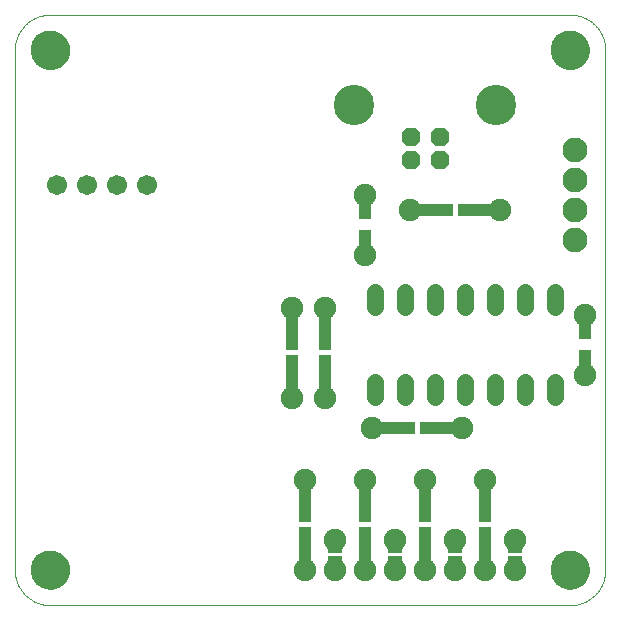
<source format=gts>
G75*
%MOIN*%
%OFA0B0*%
%FSLAX25Y25*%
%IPPOS*%
%LPD*%
%AMOC8*
5,1,8,0,0,1.08239X$1,22.5*
%
%ADD10C,0.00000*%
%ADD11C,0.12998*%
%ADD12R,0.04337X0.10636*%
%ADD13C,0.07487*%
%ADD14C,0.05600*%
%ADD15R,0.12998X0.04337*%
%ADD16OC8,0.06140*%
%ADD17C,0.13455*%
%ADD18R,0.04337X0.12998*%
%ADD19R,0.05124X0.03550*%
%ADD20C,0.08274*%
%ADD21C,0.06699*%
D10*
X0027368Y0017535D02*
X0027368Y0190764D01*
X0032880Y0190764D02*
X0032882Y0190922D01*
X0032888Y0191080D01*
X0032898Y0191238D01*
X0032912Y0191396D01*
X0032930Y0191553D01*
X0032951Y0191710D01*
X0032977Y0191866D01*
X0033007Y0192022D01*
X0033040Y0192177D01*
X0033078Y0192330D01*
X0033119Y0192483D01*
X0033164Y0192635D01*
X0033213Y0192786D01*
X0033266Y0192935D01*
X0033322Y0193083D01*
X0033382Y0193229D01*
X0033446Y0193374D01*
X0033514Y0193517D01*
X0033585Y0193659D01*
X0033659Y0193799D01*
X0033737Y0193936D01*
X0033819Y0194072D01*
X0033903Y0194206D01*
X0033992Y0194337D01*
X0034083Y0194466D01*
X0034178Y0194593D01*
X0034275Y0194718D01*
X0034376Y0194840D01*
X0034480Y0194959D01*
X0034587Y0195076D01*
X0034697Y0195190D01*
X0034810Y0195301D01*
X0034925Y0195410D01*
X0035043Y0195515D01*
X0035164Y0195617D01*
X0035287Y0195717D01*
X0035413Y0195813D01*
X0035541Y0195906D01*
X0035671Y0195996D01*
X0035804Y0196082D01*
X0035939Y0196166D01*
X0036075Y0196245D01*
X0036214Y0196322D01*
X0036355Y0196394D01*
X0036497Y0196464D01*
X0036641Y0196529D01*
X0036787Y0196591D01*
X0036934Y0196649D01*
X0037083Y0196704D01*
X0037233Y0196755D01*
X0037384Y0196802D01*
X0037536Y0196845D01*
X0037689Y0196884D01*
X0037844Y0196920D01*
X0037999Y0196951D01*
X0038155Y0196979D01*
X0038311Y0197003D01*
X0038468Y0197023D01*
X0038626Y0197039D01*
X0038783Y0197051D01*
X0038942Y0197059D01*
X0039100Y0197063D01*
X0039258Y0197063D01*
X0039416Y0197059D01*
X0039575Y0197051D01*
X0039732Y0197039D01*
X0039890Y0197023D01*
X0040047Y0197003D01*
X0040203Y0196979D01*
X0040359Y0196951D01*
X0040514Y0196920D01*
X0040669Y0196884D01*
X0040822Y0196845D01*
X0040974Y0196802D01*
X0041125Y0196755D01*
X0041275Y0196704D01*
X0041424Y0196649D01*
X0041571Y0196591D01*
X0041717Y0196529D01*
X0041861Y0196464D01*
X0042003Y0196394D01*
X0042144Y0196322D01*
X0042283Y0196245D01*
X0042419Y0196166D01*
X0042554Y0196082D01*
X0042687Y0195996D01*
X0042817Y0195906D01*
X0042945Y0195813D01*
X0043071Y0195717D01*
X0043194Y0195617D01*
X0043315Y0195515D01*
X0043433Y0195410D01*
X0043548Y0195301D01*
X0043661Y0195190D01*
X0043771Y0195076D01*
X0043878Y0194959D01*
X0043982Y0194840D01*
X0044083Y0194718D01*
X0044180Y0194593D01*
X0044275Y0194466D01*
X0044366Y0194337D01*
X0044455Y0194206D01*
X0044539Y0194072D01*
X0044621Y0193936D01*
X0044699Y0193799D01*
X0044773Y0193659D01*
X0044844Y0193517D01*
X0044912Y0193374D01*
X0044976Y0193229D01*
X0045036Y0193083D01*
X0045092Y0192935D01*
X0045145Y0192786D01*
X0045194Y0192635D01*
X0045239Y0192483D01*
X0045280Y0192330D01*
X0045318Y0192177D01*
X0045351Y0192022D01*
X0045381Y0191866D01*
X0045407Y0191710D01*
X0045428Y0191553D01*
X0045446Y0191396D01*
X0045460Y0191238D01*
X0045470Y0191080D01*
X0045476Y0190922D01*
X0045478Y0190764D01*
X0045476Y0190606D01*
X0045470Y0190448D01*
X0045460Y0190290D01*
X0045446Y0190132D01*
X0045428Y0189975D01*
X0045407Y0189818D01*
X0045381Y0189662D01*
X0045351Y0189506D01*
X0045318Y0189351D01*
X0045280Y0189198D01*
X0045239Y0189045D01*
X0045194Y0188893D01*
X0045145Y0188742D01*
X0045092Y0188593D01*
X0045036Y0188445D01*
X0044976Y0188299D01*
X0044912Y0188154D01*
X0044844Y0188011D01*
X0044773Y0187869D01*
X0044699Y0187729D01*
X0044621Y0187592D01*
X0044539Y0187456D01*
X0044455Y0187322D01*
X0044366Y0187191D01*
X0044275Y0187062D01*
X0044180Y0186935D01*
X0044083Y0186810D01*
X0043982Y0186688D01*
X0043878Y0186569D01*
X0043771Y0186452D01*
X0043661Y0186338D01*
X0043548Y0186227D01*
X0043433Y0186118D01*
X0043315Y0186013D01*
X0043194Y0185911D01*
X0043071Y0185811D01*
X0042945Y0185715D01*
X0042817Y0185622D01*
X0042687Y0185532D01*
X0042554Y0185446D01*
X0042419Y0185362D01*
X0042283Y0185283D01*
X0042144Y0185206D01*
X0042003Y0185134D01*
X0041861Y0185064D01*
X0041717Y0184999D01*
X0041571Y0184937D01*
X0041424Y0184879D01*
X0041275Y0184824D01*
X0041125Y0184773D01*
X0040974Y0184726D01*
X0040822Y0184683D01*
X0040669Y0184644D01*
X0040514Y0184608D01*
X0040359Y0184577D01*
X0040203Y0184549D01*
X0040047Y0184525D01*
X0039890Y0184505D01*
X0039732Y0184489D01*
X0039575Y0184477D01*
X0039416Y0184469D01*
X0039258Y0184465D01*
X0039100Y0184465D01*
X0038942Y0184469D01*
X0038783Y0184477D01*
X0038626Y0184489D01*
X0038468Y0184505D01*
X0038311Y0184525D01*
X0038155Y0184549D01*
X0037999Y0184577D01*
X0037844Y0184608D01*
X0037689Y0184644D01*
X0037536Y0184683D01*
X0037384Y0184726D01*
X0037233Y0184773D01*
X0037083Y0184824D01*
X0036934Y0184879D01*
X0036787Y0184937D01*
X0036641Y0184999D01*
X0036497Y0185064D01*
X0036355Y0185134D01*
X0036214Y0185206D01*
X0036075Y0185283D01*
X0035939Y0185362D01*
X0035804Y0185446D01*
X0035671Y0185532D01*
X0035541Y0185622D01*
X0035413Y0185715D01*
X0035287Y0185811D01*
X0035164Y0185911D01*
X0035043Y0186013D01*
X0034925Y0186118D01*
X0034810Y0186227D01*
X0034697Y0186338D01*
X0034587Y0186452D01*
X0034480Y0186569D01*
X0034376Y0186688D01*
X0034275Y0186810D01*
X0034178Y0186935D01*
X0034083Y0187062D01*
X0033992Y0187191D01*
X0033903Y0187322D01*
X0033819Y0187456D01*
X0033737Y0187592D01*
X0033659Y0187729D01*
X0033585Y0187869D01*
X0033514Y0188011D01*
X0033446Y0188154D01*
X0033382Y0188299D01*
X0033322Y0188445D01*
X0033266Y0188593D01*
X0033213Y0188742D01*
X0033164Y0188893D01*
X0033119Y0189045D01*
X0033078Y0189198D01*
X0033040Y0189351D01*
X0033007Y0189506D01*
X0032977Y0189662D01*
X0032951Y0189818D01*
X0032930Y0189975D01*
X0032912Y0190132D01*
X0032898Y0190290D01*
X0032888Y0190448D01*
X0032882Y0190606D01*
X0032880Y0190764D01*
X0027368Y0190764D02*
X0027371Y0191049D01*
X0027382Y0191335D01*
X0027399Y0191620D01*
X0027423Y0191904D01*
X0027454Y0192188D01*
X0027492Y0192471D01*
X0027537Y0192752D01*
X0027588Y0193033D01*
X0027646Y0193313D01*
X0027711Y0193591D01*
X0027783Y0193867D01*
X0027861Y0194141D01*
X0027946Y0194414D01*
X0028038Y0194684D01*
X0028136Y0194952D01*
X0028240Y0195218D01*
X0028351Y0195481D01*
X0028468Y0195741D01*
X0028591Y0195999D01*
X0028721Y0196253D01*
X0028857Y0196504D01*
X0028998Y0196752D01*
X0029146Y0196996D01*
X0029299Y0197237D01*
X0029459Y0197473D01*
X0029624Y0197706D01*
X0029794Y0197935D01*
X0029970Y0198160D01*
X0030152Y0198380D01*
X0030338Y0198596D01*
X0030530Y0198807D01*
X0030727Y0199014D01*
X0030929Y0199216D01*
X0031136Y0199413D01*
X0031347Y0199605D01*
X0031563Y0199791D01*
X0031783Y0199973D01*
X0032008Y0200149D01*
X0032237Y0200319D01*
X0032470Y0200484D01*
X0032706Y0200644D01*
X0032947Y0200797D01*
X0033191Y0200945D01*
X0033439Y0201086D01*
X0033690Y0201222D01*
X0033944Y0201352D01*
X0034202Y0201475D01*
X0034462Y0201592D01*
X0034725Y0201703D01*
X0034991Y0201807D01*
X0035259Y0201905D01*
X0035529Y0201997D01*
X0035802Y0202082D01*
X0036076Y0202160D01*
X0036352Y0202232D01*
X0036630Y0202297D01*
X0036910Y0202355D01*
X0037191Y0202406D01*
X0037472Y0202451D01*
X0037755Y0202489D01*
X0038039Y0202520D01*
X0038323Y0202544D01*
X0038608Y0202561D01*
X0038894Y0202572D01*
X0039179Y0202575D01*
X0212407Y0202575D01*
X0206108Y0190764D02*
X0206110Y0190922D01*
X0206116Y0191080D01*
X0206126Y0191238D01*
X0206140Y0191396D01*
X0206158Y0191553D01*
X0206179Y0191710D01*
X0206205Y0191866D01*
X0206235Y0192022D01*
X0206268Y0192177D01*
X0206306Y0192330D01*
X0206347Y0192483D01*
X0206392Y0192635D01*
X0206441Y0192786D01*
X0206494Y0192935D01*
X0206550Y0193083D01*
X0206610Y0193229D01*
X0206674Y0193374D01*
X0206742Y0193517D01*
X0206813Y0193659D01*
X0206887Y0193799D01*
X0206965Y0193936D01*
X0207047Y0194072D01*
X0207131Y0194206D01*
X0207220Y0194337D01*
X0207311Y0194466D01*
X0207406Y0194593D01*
X0207503Y0194718D01*
X0207604Y0194840D01*
X0207708Y0194959D01*
X0207815Y0195076D01*
X0207925Y0195190D01*
X0208038Y0195301D01*
X0208153Y0195410D01*
X0208271Y0195515D01*
X0208392Y0195617D01*
X0208515Y0195717D01*
X0208641Y0195813D01*
X0208769Y0195906D01*
X0208899Y0195996D01*
X0209032Y0196082D01*
X0209167Y0196166D01*
X0209303Y0196245D01*
X0209442Y0196322D01*
X0209583Y0196394D01*
X0209725Y0196464D01*
X0209869Y0196529D01*
X0210015Y0196591D01*
X0210162Y0196649D01*
X0210311Y0196704D01*
X0210461Y0196755D01*
X0210612Y0196802D01*
X0210764Y0196845D01*
X0210917Y0196884D01*
X0211072Y0196920D01*
X0211227Y0196951D01*
X0211383Y0196979D01*
X0211539Y0197003D01*
X0211696Y0197023D01*
X0211854Y0197039D01*
X0212011Y0197051D01*
X0212170Y0197059D01*
X0212328Y0197063D01*
X0212486Y0197063D01*
X0212644Y0197059D01*
X0212803Y0197051D01*
X0212960Y0197039D01*
X0213118Y0197023D01*
X0213275Y0197003D01*
X0213431Y0196979D01*
X0213587Y0196951D01*
X0213742Y0196920D01*
X0213897Y0196884D01*
X0214050Y0196845D01*
X0214202Y0196802D01*
X0214353Y0196755D01*
X0214503Y0196704D01*
X0214652Y0196649D01*
X0214799Y0196591D01*
X0214945Y0196529D01*
X0215089Y0196464D01*
X0215231Y0196394D01*
X0215372Y0196322D01*
X0215511Y0196245D01*
X0215647Y0196166D01*
X0215782Y0196082D01*
X0215915Y0195996D01*
X0216045Y0195906D01*
X0216173Y0195813D01*
X0216299Y0195717D01*
X0216422Y0195617D01*
X0216543Y0195515D01*
X0216661Y0195410D01*
X0216776Y0195301D01*
X0216889Y0195190D01*
X0216999Y0195076D01*
X0217106Y0194959D01*
X0217210Y0194840D01*
X0217311Y0194718D01*
X0217408Y0194593D01*
X0217503Y0194466D01*
X0217594Y0194337D01*
X0217683Y0194206D01*
X0217767Y0194072D01*
X0217849Y0193936D01*
X0217927Y0193799D01*
X0218001Y0193659D01*
X0218072Y0193517D01*
X0218140Y0193374D01*
X0218204Y0193229D01*
X0218264Y0193083D01*
X0218320Y0192935D01*
X0218373Y0192786D01*
X0218422Y0192635D01*
X0218467Y0192483D01*
X0218508Y0192330D01*
X0218546Y0192177D01*
X0218579Y0192022D01*
X0218609Y0191866D01*
X0218635Y0191710D01*
X0218656Y0191553D01*
X0218674Y0191396D01*
X0218688Y0191238D01*
X0218698Y0191080D01*
X0218704Y0190922D01*
X0218706Y0190764D01*
X0218704Y0190606D01*
X0218698Y0190448D01*
X0218688Y0190290D01*
X0218674Y0190132D01*
X0218656Y0189975D01*
X0218635Y0189818D01*
X0218609Y0189662D01*
X0218579Y0189506D01*
X0218546Y0189351D01*
X0218508Y0189198D01*
X0218467Y0189045D01*
X0218422Y0188893D01*
X0218373Y0188742D01*
X0218320Y0188593D01*
X0218264Y0188445D01*
X0218204Y0188299D01*
X0218140Y0188154D01*
X0218072Y0188011D01*
X0218001Y0187869D01*
X0217927Y0187729D01*
X0217849Y0187592D01*
X0217767Y0187456D01*
X0217683Y0187322D01*
X0217594Y0187191D01*
X0217503Y0187062D01*
X0217408Y0186935D01*
X0217311Y0186810D01*
X0217210Y0186688D01*
X0217106Y0186569D01*
X0216999Y0186452D01*
X0216889Y0186338D01*
X0216776Y0186227D01*
X0216661Y0186118D01*
X0216543Y0186013D01*
X0216422Y0185911D01*
X0216299Y0185811D01*
X0216173Y0185715D01*
X0216045Y0185622D01*
X0215915Y0185532D01*
X0215782Y0185446D01*
X0215647Y0185362D01*
X0215511Y0185283D01*
X0215372Y0185206D01*
X0215231Y0185134D01*
X0215089Y0185064D01*
X0214945Y0184999D01*
X0214799Y0184937D01*
X0214652Y0184879D01*
X0214503Y0184824D01*
X0214353Y0184773D01*
X0214202Y0184726D01*
X0214050Y0184683D01*
X0213897Y0184644D01*
X0213742Y0184608D01*
X0213587Y0184577D01*
X0213431Y0184549D01*
X0213275Y0184525D01*
X0213118Y0184505D01*
X0212960Y0184489D01*
X0212803Y0184477D01*
X0212644Y0184469D01*
X0212486Y0184465D01*
X0212328Y0184465D01*
X0212170Y0184469D01*
X0212011Y0184477D01*
X0211854Y0184489D01*
X0211696Y0184505D01*
X0211539Y0184525D01*
X0211383Y0184549D01*
X0211227Y0184577D01*
X0211072Y0184608D01*
X0210917Y0184644D01*
X0210764Y0184683D01*
X0210612Y0184726D01*
X0210461Y0184773D01*
X0210311Y0184824D01*
X0210162Y0184879D01*
X0210015Y0184937D01*
X0209869Y0184999D01*
X0209725Y0185064D01*
X0209583Y0185134D01*
X0209442Y0185206D01*
X0209303Y0185283D01*
X0209167Y0185362D01*
X0209032Y0185446D01*
X0208899Y0185532D01*
X0208769Y0185622D01*
X0208641Y0185715D01*
X0208515Y0185811D01*
X0208392Y0185911D01*
X0208271Y0186013D01*
X0208153Y0186118D01*
X0208038Y0186227D01*
X0207925Y0186338D01*
X0207815Y0186452D01*
X0207708Y0186569D01*
X0207604Y0186688D01*
X0207503Y0186810D01*
X0207406Y0186935D01*
X0207311Y0187062D01*
X0207220Y0187191D01*
X0207131Y0187322D01*
X0207047Y0187456D01*
X0206965Y0187592D01*
X0206887Y0187729D01*
X0206813Y0187869D01*
X0206742Y0188011D01*
X0206674Y0188154D01*
X0206610Y0188299D01*
X0206550Y0188445D01*
X0206494Y0188593D01*
X0206441Y0188742D01*
X0206392Y0188893D01*
X0206347Y0189045D01*
X0206306Y0189198D01*
X0206268Y0189351D01*
X0206235Y0189506D01*
X0206205Y0189662D01*
X0206179Y0189818D01*
X0206158Y0189975D01*
X0206140Y0190132D01*
X0206126Y0190290D01*
X0206116Y0190448D01*
X0206110Y0190606D01*
X0206108Y0190764D01*
X0212407Y0202575D02*
X0212692Y0202572D01*
X0212978Y0202561D01*
X0213263Y0202544D01*
X0213547Y0202520D01*
X0213831Y0202489D01*
X0214114Y0202451D01*
X0214395Y0202406D01*
X0214676Y0202355D01*
X0214956Y0202297D01*
X0215234Y0202232D01*
X0215510Y0202160D01*
X0215784Y0202082D01*
X0216057Y0201997D01*
X0216327Y0201905D01*
X0216595Y0201807D01*
X0216861Y0201703D01*
X0217124Y0201592D01*
X0217384Y0201475D01*
X0217642Y0201352D01*
X0217896Y0201222D01*
X0218147Y0201086D01*
X0218395Y0200945D01*
X0218639Y0200797D01*
X0218880Y0200644D01*
X0219116Y0200484D01*
X0219349Y0200319D01*
X0219578Y0200149D01*
X0219803Y0199973D01*
X0220023Y0199791D01*
X0220239Y0199605D01*
X0220450Y0199413D01*
X0220657Y0199216D01*
X0220859Y0199014D01*
X0221056Y0198807D01*
X0221248Y0198596D01*
X0221434Y0198380D01*
X0221616Y0198160D01*
X0221792Y0197935D01*
X0221962Y0197706D01*
X0222127Y0197473D01*
X0222287Y0197237D01*
X0222440Y0196996D01*
X0222588Y0196752D01*
X0222729Y0196504D01*
X0222865Y0196253D01*
X0222995Y0195999D01*
X0223118Y0195741D01*
X0223235Y0195481D01*
X0223346Y0195218D01*
X0223450Y0194952D01*
X0223548Y0194684D01*
X0223640Y0194414D01*
X0223725Y0194141D01*
X0223803Y0193867D01*
X0223875Y0193591D01*
X0223940Y0193313D01*
X0223998Y0193033D01*
X0224049Y0192752D01*
X0224094Y0192471D01*
X0224132Y0192188D01*
X0224163Y0191904D01*
X0224187Y0191620D01*
X0224204Y0191335D01*
X0224215Y0191049D01*
X0224218Y0190764D01*
X0224219Y0190764D02*
X0224219Y0017535D01*
X0206108Y0017535D02*
X0206110Y0017693D01*
X0206116Y0017851D01*
X0206126Y0018009D01*
X0206140Y0018167D01*
X0206158Y0018324D01*
X0206179Y0018481D01*
X0206205Y0018637D01*
X0206235Y0018793D01*
X0206268Y0018948D01*
X0206306Y0019101D01*
X0206347Y0019254D01*
X0206392Y0019406D01*
X0206441Y0019557D01*
X0206494Y0019706D01*
X0206550Y0019854D01*
X0206610Y0020000D01*
X0206674Y0020145D01*
X0206742Y0020288D01*
X0206813Y0020430D01*
X0206887Y0020570D01*
X0206965Y0020707D01*
X0207047Y0020843D01*
X0207131Y0020977D01*
X0207220Y0021108D01*
X0207311Y0021237D01*
X0207406Y0021364D01*
X0207503Y0021489D01*
X0207604Y0021611D01*
X0207708Y0021730D01*
X0207815Y0021847D01*
X0207925Y0021961D01*
X0208038Y0022072D01*
X0208153Y0022181D01*
X0208271Y0022286D01*
X0208392Y0022388D01*
X0208515Y0022488D01*
X0208641Y0022584D01*
X0208769Y0022677D01*
X0208899Y0022767D01*
X0209032Y0022853D01*
X0209167Y0022937D01*
X0209303Y0023016D01*
X0209442Y0023093D01*
X0209583Y0023165D01*
X0209725Y0023235D01*
X0209869Y0023300D01*
X0210015Y0023362D01*
X0210162Y0023420D01*
X0210311Y0023475D01*
X0210461Y0023526D01*
X0210612Y0023573D01*
X0210764Y0023616D01*
X0210917Y0023655D01*
X0211072Y0023691D01*
X0211227Y0023722D01*
X0211383Y0023750D01*
X0211539Y0023774D01*
X0211696Y0023794D01*
X0211854Y0023810D01*
X0212011Y0023822D01*
X0212170Y0023830D01*
X0212328Y0023834D01*
X0212486Y0023834D01*
X0212644Y0023830D01*
X0212803Y0023822D01*
X0212960Y0023810D01*
X0213118Y0023794D01*
X0213275Y0023774D01*
X0213431Y0023750D01*
X0213587Y0023722D01*
X0213742Y0023691D01*
X0213897Y0023655D01*
X0214050Y0023616D01*
X0214202Y0023573D01*
X0214353Y0023526D01*
X0214503Y0023475D01*
X0214652Y0023420D01*
X0214799Y0023362D01*
X0214945Y0023300D01*
X0215089Y0023235D01*
X0215231Y0023165D01*
X0215372Y0023093D01*
X0215511Y0023016D01*
X0215647Y0022937D01*
X0215782Y0022853D01*
X0215915Y0022767D01*
X0216045Y0022677D01*
X0216173Y0022584D01*
X0216299Y0022488D01*
X0216422Y0022388D01*
X0216543Y0022286D01*
X0216661Y0022181D01*
X0216776Y0022072D01*
X0216889Y0021961D01*
X0216999Y0021847D01*
X0217106Y0021730D01*
X0217210Y0021611D01*
X0217311Y0021489D01*
X0217408Y0021364D01*
X0217503Y0021237D01*
X0217594Y0021108D01*
X0217683Y0020977D01*
X0217767Y0020843D01*
X0217849Y0020707D01*
X0217927Y0020570D01*
X0218001Y0020430D01*
X0218072Y0020288D01*
X0218140Y0020145D01*
X0218204Y0020000D01*
X0218264Y0019854D01*
X0218320Y0019706D01*
X0218373Y0019557D01*
X0218422Y0019406D01*
X0218467Y0019254D01*
X0218508Y0019101D01*
X0218546Y0018948D01*
X0218579Y0018793D01*
X0218609Y0018637D01*
X0218635Y0018481D01*
X0218656Y0018324D01*
X0218674Y0018167D01*
X0218688Y0018009D01*
X0218698Y0017851D01*
X0218704Y0017693D01*
X0218706Y0017535D01*
X0218704Y0017377D01*
X0218698Y0017219D01*
X0218688Y0017061D01*
X0218674Y0016903D01*
X0218656Y0016746D01*
X0218635Y0016589D01*
X0218609Y0016433D01*
X0218579Y0016277D01*
X0218546Y0016122D01*
X0218508Y0015969D01*
X0218467Y0015816D01*
X0218422Y0015664D01*
X0218373Y0015513D01*
X0218320Y0015364D01*
X0218264Y0015216D01*
X0218204Y0015070D01*
X0218140Y0014925D01*
X0218072Y0014782D01*
X0218001Y0014640D01*
X0217927Y0014500D01*
X0217849Y0014363D01*
X0217767Y0014227D01*
X0217683Y0014093D01*
X0217594Y0013962D01*
X0217503Y0013833D01*
X0217408Y0013706D01*
X0217311Y0013581D01*
X0217210Y0013459D01*
X0217106Y0013340D01*
X0216999Y0013223D01*
X0216889Y0013109D01*
X0216776Y0012998D01*
X0216661Y0012889D01*
X0216543Y0012784D01*
X0216422Y0012682D01*
X0216299Y0012582D01*
X0216173Y0012486D01*
X0216045Y0012393D01*
X0215915Y0012303D01*
X0215782Y0012217D01*
X0215647Y0012133D01*
X0215511Y0012054D01*
X0215372Y0011977D01*
X0215231Y0011905D01*
X0215089Y0011835D01*
X0214945Y0011770D01*
X0214799Y0011708D01*
X0214652Y0011650D01*
X0214503Y0011595D01*
X0214353Y0011544D01*
X0214202Y0011497D01*
X0214050Y0011454D01*
X0213897Y0011415D01*
X0213742Y0011379D01*
X0213587Y0011348D01*
X0213431Y0011320D01*
X0213275Y0011296D01*
X0213118Y0011276D01*
X0212960Y0011260D01*
X0212803Y0011248D01*
X0212644Y0011240D01*
X0212486Y0011236D01*
X0212328Y0011236D01*
X0212170Y0011240D01*
X0212011Y0011248D01*
X0211854Y0011260D01*
X0211696Y0011276D01*
X0211539Y0011296D01*
X0211383Y0011320D01*
X0211227Y0011348D01*
X0211072Y0011379D01*
X0210917Y0011415D01*
X0210764Y0011454D01*
X0210612Y0011497D01*
X0210461Y0011544D01*
X0210311Y0011595D01*
X0210162Y0011650D01*
X0210015Y0011708D01*
X0209869Y0011770D01*
X0209725Y0011835D01*
X0209583Y0011905D01*
X0209442Y0011977D01*
X0209303Y0012054D01*
X0209167Y0012133D01*
X0209032Y0012217D01*
X0208899Y0012303D01*
X0208769Y0012393D01*
X0208641Y0012486D01*
X0208515Y0012582D01*
X0208392Y0012682D01*
X0208271Y0012784D01*
X0208153Y0012889D01*
X0208038Y0012998D01*
X0207925Y0013109D01*
X0207815Y0013223D01*
X0207708Y0013340D01*
X0207604Y0013459D01*
X0207503Y0013581D01*
X0207406Y0013706D01*
X0207311Y0013833D01*
X0207220Y0013962D01*
X0207131Y0014093D01*
X0207047Y0014227D01*
X0206965Y0014363D01*
X0206887Y0014500D01*
X0206813Y0014640D01*
X0206742Y0014782D01*
X0206674Y0014925D01*
X0206610Y0015070D01*
X0206550Y0015216D01*
X0206494Y0015364D01*
X0206441Y0015513D01*
X0206392Y0015664D01*
X0206347Y0015816D01*
X0206306Y0015969D01*
X0206268Y0016122D01*
X0206235Y0016277D01*
X0206205Y0016433D01*
X0206179Y0016589D01*
X0206158Y0016746D01*
X0206140Y0016903D01*
X0206126Y0017061D01*
X0206116Y0017219D01*
X0206110Y0017377D01*
X0206108Y0017535D01*
X0212407Y0005724D02*
X0212692Y0005727D01*
X0212978Y0005738D01*
X0213263Y0005755D01*
X0213547Y0005779D01*
X0213831Y0005810D01*
X0214114Y0005848D01*
X0214395Y0005893D01*
X0214676Y0005944D01*
X0214956Y0006002D01*
X0215234Y0006067D01*
X0215510Y0006139D01*
X0215784Y0006217D01*
X0216057Y0006302D01*
X0216327Y0006394D01*
X0216595Y0006492D01*
X0216861Y0006596D01*
X0217124Y0006707D01*
X0217384Y0006824D01*
X0217642Y0006947D01*
X0217896Y0007077D01*
X0218147Y0007213D01*
X0218395Y0007354D01*
X0218639Y0007502D01*
X0218880Y0007655D01*
X0219116Y0007815D01*
X0219349Y0007980D01*
X0219578Y0008150D01*
X0219803Y0008326D01*
X0220023Y0008508D01*
X0220239Y0008694D01*
X0220450Y0008886D01*
X0220657Y0009083D01*
X0220859Y0009285D01*
X0221056Y0009492D01*
X0221248Y0009703D01*
X0221434Y0009919D01*
X0221616Y0010139D01*
X0221792Y0010364D01*
X0221962Y0010593D01*
X0222127Y0010826D01*
X0222287Y0011062D01*
X0222440Y0011303D01*
X0222588Y0011547D01*
X0222729Y0011795D01*
X0222865Y0012046D01*
X0222995Y0012300D01*
X0223118Y0012558D01*
X0223235Y0012818D01*
X0223346Y0013081D01*
X0223450Y0013347D01*
X0223548Y0013615D01*
X0223640Y0013885D01*
X0223725Y0014158D01*
X0223803Y0014432D01*
X0223875Y0014708D01*
X0223940Y0014986D01*
X0223998Y0015266D01*
X0224049Y0015547D01*
X0224094Y0015828D01*
X0224132Y0016111D01*
X0224163Y0016395D01*
X0224187Y0016679D01*
X0224204Y0016964D01*
X0224215Y0017250D01*
X0224218Y0017535D01*
X0212407Y0005724D02*
X0039179Y0005724D01*
X0032880Y0017535D02*
X0032882Y0017693D01*
X0032888Y0017851D01*
X0032898Y0018009D01*
X0032912Y0018167D01*
X0032930Y0018324D01*
X0032951Y0018481D01*
X0032977Y0018637D01*
X0033007Y0018793D01*
X0033040Y0018948D01*
X0033078Y0019101D01*
X0033119Y0019254D01*
X0033164Y0019406D01*
X0033213Y0019557D01*
X0033266Y0019706D01*
X0033322Y0019854D01*
X0033382Y0020000D01*
X0033446Y0020145D01*
X0033514Y0020288D01*
X0033585Y0020430D01*
X0033659Y0020570D01*
X0033737Y0020707D01*
X0033819Y0020843D01*
X0033903Y0020977D01*
X0033992Y0021108D01*
X0034083Y0021237D01*
X0034178Y0021364D01*
X0034275Y0021489D01*
X0034376Y0021611D01*
X0034480Y0021730D01*
X0034587Y0021847D01*
X0034697Y0021961D01*
X0034810Y0022072D01*
X0034925Y0022181D01*
X0035043Y0022286D01*
X0035164Y0022388D01*
X0035287Y0022488D01*
X0035413Y0022584D01*
X0035541Y0022677D01*
X0035671Y0022767D01*
X0035804Y0022853D01*
X0035939Y0022937D01*
X0036075Y0023016D01*
X0036214Y0023093D01*
X0036355Y0023165D01*
X0036497Y0023235D01*
X0036641Y0023300D01*
X0036787Y0023362D01*
X0036934Y0023420D01*
X0037083Y0023475D01*
X0037233Y0023526D01*
X0037384Y0023573D01*
X0037536Y0023616D01*
X0037689Y0023655D01*
X0037844Y0023691D01*
X0037999Y0023722D01*
X0038155Y0023750D01*
X0038311Y0023774D01*
X0038468Y0023794D01*
X0038626Y0023810D01*
X0038783Y0023822D01*
X0038942Y0023830D01*
X0039100Y0023834D01*
X0039258Y0023834D01*
X0039416Y0023830D01*
X0039575Y0023822D01*
X0039732Y0023810D01*
X0039890Y0023794D01*
X0040047Y0023774D01*
X0040203Y0023750D01*
X0040359Y0023722D01*
X0040514Y0023691D01*
X0040669Y0023655D01*
X0040822Y0023616D01*
X0040974Y0023573D01*
X0041125Y0023526D01*
X0041275Y0023475D01*
X0041424Y0023420D01*
X0041571Y0023362D01*
X0041717Y0023300D01*
X0041861Y0023235D01*
X0042003Y0023165D01*
X0042144Y0023093D01*
X0042283Y0023016D01*
X0042419Y0022937D01*
X0042554Y0022853D01*
X0042687Y0022767D01*
X0042817Y0022677D01*
X0042945Y0022584D01*
X0043071Y0022488D01*
X0043194Y0022388D01*
X0043315Y0022286D01*
X0043433Y0022181D01*
X0043548Y0022072D01*
X0043661Y0021961D01*
X0043771Y0021847D01*
X0043878Y0021730D01*
X0043982Y0021611D01*
X0044083Y0021489D01*
X0044180Y0021364D01*
X0044275Y0021237D01*
X0044366Y0021108D01*
X0044455Y0020977D01*
X0044539Y0020843D01*
X0044621Y0020707D01*
X0044699Y0020570D01*
X0044773Y0020430D01*
X0044844Y0020288D01*
X0044912Y0020145D01*
X0044976Y0020000D01*
X0045036Y0019854D01*
X0045092Y0019706D01*
X0045145Y0019557D01*
X0045194Y0019406D01*
X0045239Y0019254D01*
X0045280Y0019101D01*
X0045318Y0018948D01*
X0045351Y0018793D01*
X0045381Y0018637D01*
X0045407Y0018481D01*
X0045428Y0018324D01*
X0045446Y0018167D01*
X0045460Y0018009D01*
X0045470Y0017851D01*
X0045476Y0017693D01*
X0045478Y0017535D01*
X0045476Y0017377D01*
X0045470Y0017219D01*
X0045460Y0017061D01*
X0045446Y0016903D01*
X0045428Y0016746D01*
X0045407Y0016589D01*
X0045381Y0016433D01*
X0045351Y0016277D01*
X0045318Y0016122D01*
X0045280Y0015969D01*
X0045239Y0015816D01*
X0045194Y0015664D01*
X0045145Y0015513D01*
X0045092Y0015364D01*
X0045036Y0015216D01*
X0044976Y0015070D01*
X0044912Y0014925D01*
X0044844Y0014782D01*
X0044773Y0014640D01*
X0044699Y0014500D01*
X0044621Y0014363D01*
X0044539Y0014227D01*
X0044455Y0014093D01*
X0044366Y0013962D01*
X0044275Y0013833D01*
X0044180Y0013706D01*
X0044083Y0013581D01*
X0043982Y0013459D01*
X0043878Y0013340D01*
X0043771Y0013223D01*
X0043661Y0013109D01*
X0043548Y0012998D01*
X0043433Y0012889D01*
X0043315Y0012784D01*
X0043194Y0012682D01*
X0043071Y0012582D01*
X0042945Y0012486D01*
X0042817Y0012393D01*
X0042687Y0012303D01*
X0042554Y0012217D01*
X0042419Y0012133D01*
X0042283Y0012054D01*
X0042144Y0011977D01*
X0042003Y0011905D01*
X0041861Y0011835D01*
X0041717Y0011770D01*
X0041571Y0011708D01*
X0041424Y0011650D01*
X0041275Y0011595D01*
X0041125Y0011544D01*
X0040974Y0011497D01*
X0040822Y0011454D01*
X0040669Y0011415D01*
X0040514Y0011379D01*
X0040359Y0011348D01*
X0040203Y0011320D01*
X0040047Y0011296D01*
X0039890Y0011276D01*
X0039732Y0011260D01*
X0039575Y0011248D01*
X0039416Y0011240D01*
X0039258Y0011236D01*
X0039100Y0011236D01*
X0038942Y0011240D01*
X0038783Y0011248D01*
X0038626Y0011260D01*
X0038468Y0011276D01*
X0038311Y0011296D01*
X0038155Y0011320D01*
X0037999Y0011348D01*
X0037844Y0011379D01*
X0037689Y0011415D01*
X0037536Y0011454D01*
X0037384Y0011497D01*
X0037233Y0011544D01*
X0037083Y0011595D01*
X0036934Y0011650D01*
X0036787Y0011708D01*
X0036641Y0011770D01*
X0036497Y0011835D01*
X0036355Y0011905D01*
X0036214Y0011977D01*
X0036075Y0012054D01*
X0035939Y0012133D01*
X0035804Y0012217D01*
X0035671Y0012303D01*
X0035541Y0012393D01*
X0035413Y0012486D01*
X0035287Y0012582D01*
X0035164Y0012682D01*
X0035043Y0012784D01*
X0034925Y0012889D01*
X0034810Y0012998D01*
X0034697Y0013109D01*
X0034587Y0013223D01*
X0034480Y0013340D01*
X0034376Y0013459D01*
X0034275Y0013581D01*
X0034178Y0013706D01*
X0034083Y0013833D01*
X0033992Y0013962D01*
X0033903Y0014093D01*
X0033819Y0014227D01*
X0033737Y0014363D01*
X0033659Y0014500D01*
X0033585Y0014640D01*
X0033514Y0014782D01*
X0033446Y0014925D01*
X0033382Y0015070D01*
X0033322Y0015216D01*
X0033266Y0015364D01*
X0033213Y0015513D01*
X0033164Y0015664D01*
X0033119Y0015816D01*
X0033078Y0015969D01*
X0033040Y0016122D01*
X0033007Y0016277D01*
X0032977Y0016433D01*
X0032951Y0016589D01*
X0032930Y0016746D01*
X0032912Y0016903D01*
X0032898Y0017061D01*
X0032888Y0017219D01*
X0032882Y0017377D01*
X0032880Y0017535D01*
X0027368Y0017535D02*
X0027371Y0017250D01*
X0027382Y0016964D01*
X0027399Y0016679D01*
X0027423Y0016395D01*
X0027454Y0016111D01*
X0027492Y0015828D01*
X0027537Y0015547D01*
X0027588Y0015266D01*
X0027646Y0014986D01*
X0027711Y0014708D01*
X0027783Y0014432D01*
X0027861Y0014158D01*
X0027946Y0013885D01*
X0028038Y0013615D01*
X0028136Y0013347D01*
X0028240Y0013081D01*
X0028351Y0012818D01*
X0028468Y0012558D01*
X0028591Y0012300D01*
X0028721Y0012046D01*
X0028857Y0011795D01*
X0028998Y0011547D01*
X0029146Y0011303D01*
X0029299Y0011062D01*
X0029459Y0010826D01*
X0029624Y0010593D01*
X0029794Y0010364D01*
X0029970Y0010139D01*
X0030152Y0009919D01*
X0030338Y0009703D01*
X0030530Y0009492D01*
X0030727Y0009285D01*
X0030929Y0009083D01*
X0031136Y0008886D01*
X0031347Y0008694D01*
X0031563Y0008508D01*
X0031783Y0008326D01*
X0032008Y0008150D01*
X0032237Y0007980D01*
X0032470Y0007815D01*
X0032706Y0007655D01*
X0032947Y0007502D01*
X0033191Y0007354D01*
X0033439Y0007213D01*
X0033690Y0007077D01*
X0033944Y0006947D01*
X0034202Y0006824D01*
X0034462Y0006707D01*
X0034725Y0006596D01*
X0034991Y0006492D01*
X0035259Y0006394D01*
X0035529Y0006302D01*
X0035802Y0006217D01*
X0036076Y0006139D01*
X0036352Y0006067D01*
X0036630Y0006002D01*
X0036910Y0005944D01*
X0037191Y0005893D01*
X0037472Y0005848D01*
X0037755Y0005810D01*
X0038039Y0005779D01*
X0038323Y0005755D01*
X0038608Y0005738D01*
X0038894Y0005727D01*
X0039179Y0005724D01*
D11*
X0039179Y0017535D03*
X0212407Y0017535D03*
X0212407Y0190764D03*
X0039179Y0190764D03*
D12*
X0144219Y0139661D03*
X0144219Y0125488D03*
X0217368Y0099661D03*
X0217368Y0085488D03*
D13*
X0217368Y0082575D03*
X0217368Y0102575D03*
X0189219Y0137575D03*
X0159219Y0137575D03*
X0144219Y0142575D03*
X0144219Y0122575D03*
X0130656Y0104937D03*
X0119868Y0104937D03*
X0119868Y0074937D03*
X0130656Y0074937D03*
X0146581Y0064937D03*
X0144219Y0047575D03*
X0164219Y0047575D03*
X0176581Y0064937D03*
X0184219Y0047575D03*
X0194219Y0027575D03*
X0194219Y0017575D03*
X0184219Y0017575D03*
X0174219Y0017575D03*
X0174219Y0027575D03*
X0164219Y0017575D03*
X0154219Y0017575D03*
X0154219Y0027575D03*
X0144219Y0017575D03*
X0134219Y0017575D03*
X0134219Y0027575D03*
X0124219Y0017575D03*
X0124219Y0047575D03*
D14*
X0147368Y0074975D02*
X0147368Y0080175D01*
X0157368Y0080175D02*
X0157368Y0074975D01*
X0167368Y0074975D02*
X0167368Y0080175D01*
X0177368Y0080175D02*
X0177368Y0074975D01*
X0187368Y0074975D02*
X0187368Y0080175D01*
X0197368Y0080175D02*
X0197368Y0074975D01*
X0207368Y0074975D02*
X0207368Y0080175D01*
X0207368Y0104975D02*
X0207368Y0110175D01*
X0197368Y0110175D02*
X0197368Y0104975D01*
X0187368Y0104975D02*
X0187368Y0110175D01*
X0177368Y0110175D02*
X0177368Y0104975D01*
X0167368Y0104975D02*
X0167368Y0110175D01*
X0157368Y0110175D02*
X0157368Y0104975D01*
X0147368Y0104975D02*
X0147368Y0110175D01*
D15*
X0167132Y0137575D03*
X0181305Y0137575D03*
X0168667Y0064937D03*
X0154494Y0064937D03*
D16*
X0159297Y0154031D03*
X0159297Y0161906D03*
X0169140Y0161906D03*
X0169140Y0154031D03*
D17*
X0187919Y0172575D03*
X0140518Y0172575D03*
D18*
X0130656Y0097024D03*
X0119868Y0097024D03*
X0119868Y0082850D03*
X0130656Y0082850D03*
X0124219Y0039661D03*
X0124219Y0025488D03*
X0144219Y0025488D03*
X0144219Y0039661D03*
X0164219Y0039661D03*
X0164219Y0025488D03*
X0184219Y0025488D03*
X0184219Y0039661D03*
D19*
X0194219Y0024661D03*
X0194219Y0020488D03*
X0174219Y0020488D03*
X0174219Y0024661D03*
X0154219Y0024661D03*
X0154219Y0020488D03*
X0134219Y0020488D03*
X0134219Y0024661D03*
D20*
X0214219Y0127575D03*
X0214219Y0137575D03*
X0214219Y0147575D03*
X0214219Y0157575D03*
D21*
X0071368Y0145724D03*
X0061368Y0145724D03*
X0051368Y0145724D03*
X0041368Y0145724D03*
M02*

</source>
